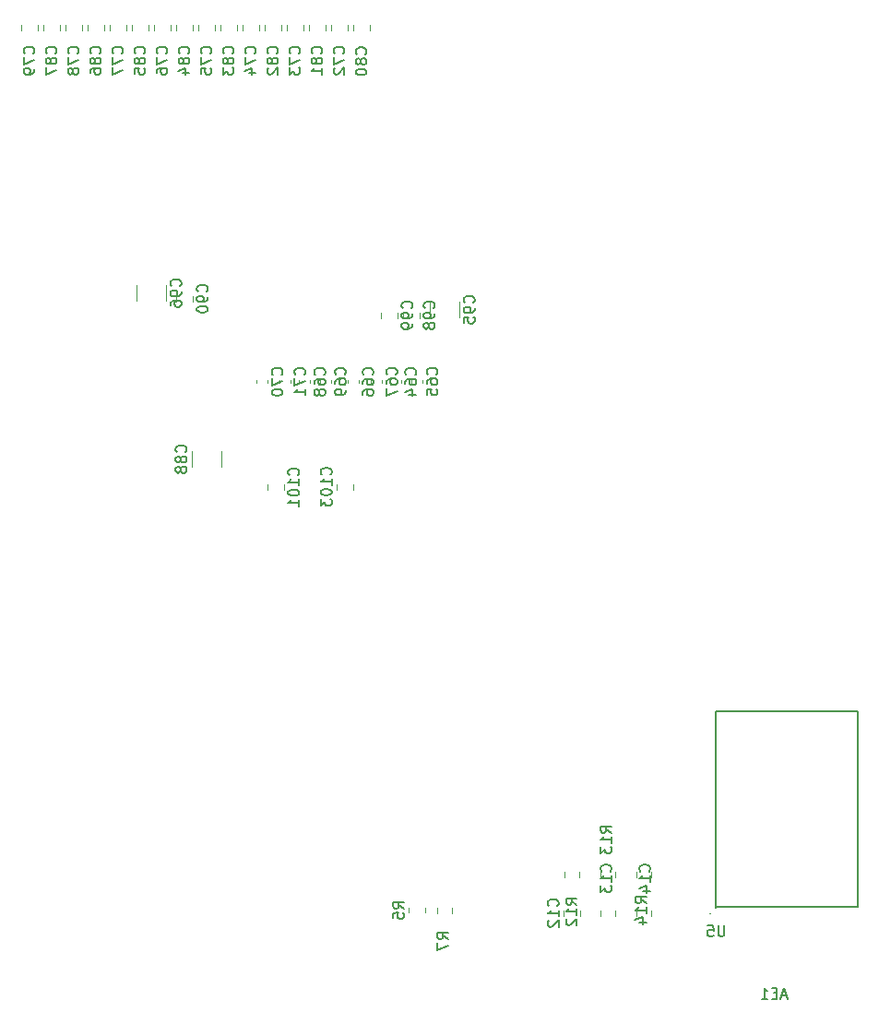
<source format=gbr>
G04 #@! TF.GenerationSoftware,KiCad,Pcbnew,5.1.9*
G04 #@! TF.CreationDate,2021-03-28T19:34:58+08:00*
G04 #@! TF.ProjectId,digital-amplifier2,64696769-7461-46c2-9d61-6d706c696669,rev?*
G04 #@! TF.SameCoordinates,Original*
G04 #@! TF.FileFunction,Legend,Bot*
G04 #@! TF.FilePolarity,Positive*
%FSLAX46Y46*%
G04 Gerber Fmt 4.6, Leading zero omitted, Abs format (unit mm)*
G04 Created by KiCad (PCBNEW 5.1.9) date 2021-03-28 19:34:58*
%MOMM*%
%LPD*%
G01*
G04 APERTURE LIST*
%ADD10C,0.150000*%
%ADD11C,0.120000*%
G04 APERTURE END LIST*
D10*
X120911620Y-142742920D02*
X120911620Y-124731780D01*
X120911620Y-124731780D02*
X133904000Y-124731780D01*
X133904000Y-124731780D02*
X133904000Y-142707360D01*
X133904000Y-142707360D02*
X120926860Y-142707360D01*
X120406160Y-143250920D02*
X120408700Y-143248380D01*
D11*
X92737000Y-142774936D02*
X92737000Y-143229064D01*
X94207000Y-142774936D02*
X94207000Y-143229064D01*
X86133000Y-103878748D02*
X86133000Y-104401252D01*
X87603000Y-103878748D02*
X87603000Y-104401252D01*
X81253000Y-104438253D02*
X81253000Y-103915749D01*
X79783000Y-104438253D02*
X79783000Y-103915749D01*
X91667000Y-88653252D02*
X91667000Y-88130748D01*
X90197000Y-88653252D02*
X90197000Y-88130748D01*
X93699000Y-88653252D02*
X93699000Y-88130748D01*
X92229000Y-88653252D02*
X92229000Y-88130748D01*
X70448000Y-87071252D02*
X70448000Y-85648748D01*
X67728000Y-87071252D02*
X67728000Y-85648748D01*
X97372000Y-88595252D02*
X97372000Y-87172748D01*
X94652000Y-88595252D02*
X94652000Y-87172748D01*
X72871000Y-87129252D02*
X72871000Y-86606748D01*
X71401000Y-87129252D02*
X71401000Y-86606748D01*
X72808000Y-100888748D02*
X72808000Y-102311252D01*
X75528000Y-100888748D02*
X75528000Y-102311252D01*
X60679000Y-62237252D02*
X60679000Y-61714748D01*
X59209000Y-62237252D02*
X59209000Y-61714748D01*
X63273000Y-61714748D02*
X63273000Y-62237252D01*
X64743000Y-61714748D02*
X64743000Y-62237252D01*
X68807000Y-62237252D02*
X68807000Y-61714748D01*
X67337000Y-62237252D02*
X67337000Y-61714748D01*
X71401000Y-61714748D02*
X71401000Y-62237252D01*
X72871000Y-61714748D02*
X72871000Y-62237252D01*
X76935000Y-62237252D02*
X76935000Y-61714748D01*
X75465000Y-62237252D02*
X75465000Y-61714748D01*
X79529000Y-61714748D02*
X79529000Y-62237252D01*
X80999000Y-61714748D02*
X80999000Y-62237252D01*
X85063000Y-62237252D02*
X85063000Y-61714748D01*
X83593000Y-62237252D02*
X83593000Y-61714748D01*
X87657000Y-61714748D02*
X87657000Y-62237252D01*
X89127000Y-61714748D02*
X89127000Y-62237252D01*
X58647000Y-62237252D02*
X58647000Y-61714748D01*
X57177000Y-62237252D02*
X57177000Y-61714748D01*
X61241000Y-61714748D02*
X61241000Y-62237252D01*
X62711000Y-61714748D02*
X62711000Y-62237252D01*
X66775000Y-62237252D02*
X66775000Y-61714748D01*
X65305000Y-62237252D02*
X65305000Y-61714748D01*
X69369000Y-61714748D02*
X69369000Y-62237252D01*
X70839000Y-61714748D02*
X70839000Y-62237252D01*
X74903000Y-62237252D02*
X74903000Y-61714748D01*
X73433000Y-62237252D02*
X73433000Y-61714748D01*
X77497000Y-61714748D02*
X77497000Y-62237252D01*
X78967000Y-61714748D02*
X78967000Y-62237252D01*
X83031000Y-62237252D02*
X83031000Y-61714748D01*
X81561000Y-62237252D02*
X81561000Y-61714748D01*
X85625000Y-61714748D02*
X85625000Y-62237252D01*
X87095000Y-61714748D02*
X87095000Y-62237252D01*
X81862572Y-94615580D02*
X81862572Y-94334420D01*
X80842572Y-94615580D02*
X80842572Y-94334420D01*
X79758000Y-94641580D02*
X79758000Y-94360420D01*
X78738000Y-94641580D02*
X78738000Y-94360420D01*
X85563716Y-94615580D02*
X85563716Y-94334420D01*
X84543716Y-94615580D02*
X84543716Y-94334420D01*
X83676856Y-94641580D02*
X83676856Y-94360420D01*
X82656856Y-94641580D02*
X82656856Y-94360420D01*
X90280860Y-94615580D02*
X90280860Y-94334420D01*
X89260860Y-94615580D02*
X89260860Y-94334420D01*
X88103712Y-94641580D02*
X88103712Y-94360420D01*
X87083712Y-94641580D02*
X87083712Y-94360420D01*
X93982000Y-94615580D02*
X93982000Y-94334420D01*
X92962000Y-94615580D02*
X92962000Y-94334420D01*
X92022568Y-94641580D02*
X92022568Y-94360420D01*
X91002568Y-94641580D02*
X91002568Y-94360420D01*
X106961000Y-142994748D02*
X106961000Y-143517252D01*
X108431000Y-142994748D02*
X108431000Y-143517252D01*
X110288000Y-142997422D02*
X110288000Y-143514578D01*
X111708000Y-142997422D02*
X111708000Y-143514578D01*
X115010000Y-142997422D02*
X115010000Y-143514578D01*
X113590000Y-142997422D02*
X113590000Y-143514578D01*
X108406000Y-139441422D02*
X108406000Y-139958578D01*
X106986000Y-139441422D02*
X106986000Y-139958578D01*
X110288000Y-139441422D02*
X110288000Y-139958578D01*
X111708000Y-139441422D02*
X111708000Y-139958578D01*
X115010000Y-139441422D02*
X115010000Y-139958578D01*
X113590000Y-139441422D02*
X113590000Y-139958578D01*
X95302000Y-142743422D02*
X95302000Y-143260578D01*
X96722000Y-142743422D02*
X96722000Y-143260578D01*
D10*
X121686224Y-144397480D02*
X121686224Y-145207004D01*
X121638605Y-145302242D01*
X121590986Y-145349861D01*
X121495748Y-145397480D01*
X121305272Y-145397480D01*
X121210034Y-145349861D01*
X121162415Y-145302242D01*
X121114796Y-145207004D01*
X121114796Y-144397480D01*
X120162415Y-144397480D02*
X120638605Y-144397480D01*
X120686224Y-144873671D01*
X120638605Y-144826052D01*
X120543367Y-144778433D01*
X120305272Y-144778433D01*
X120210034Y-144826052D01*
X120162415Y-144873671D01*
X120114796Y-144968909D01*
X120114796Y-145207004D01*
X120162415Y-145302242D01*
X120210034Y-145349861D01*
X120305272Y-145397480D01*
X120543367Y-145397480D01*
X120638605Y-145349861D01*
X120686224Y-145302242D01*
X92274380Y-142835333D02*
X91798190Y-142502000D01*
X92274380Y-142263904D02*
X91274380Y-142263904D01*
X91274380Y-142644857D01*
X91322000Y-142740095D01*
X91369619Y-142787714D01*
X91464857Y-142835333D01*
X91607714Y-142835333D01*
X91702952Y-142787714D01*
X91750571Y-142740095D01*
X91798190Y-142644857D01*
X91798190Y-142263904D01*
X91274380Y-143740095D02*
X91274380Y-143263904D01*
X91750571Y-143216285D01*
X91702952Y-143263904D01*
X91655333Y-143359142D01*
X91655333Y-143597238D01*
X91702952Y-143692476D01*
X91750571Y-143740095D01*
X91845809Y-143787714D01*
X92083904Y-143787714D01*
X92179142Y-143740095D01*
X92226761Y-143692476D01*
X92274380Y-143597238D01*
X92274380Y-143359142D01*
X92226761Y-143263904D01*
X92179142Y-143216285D01*
X85545142Y-103020952D02*
X85592761Y-102973333D01*
X85640380Y-102830476D01*
X85640380Y-102735238D01*
X85592761Y-102592380D01*
X85497523Y-102497142D01*
X85402285Y-102449523D01*
X85211809Y-102401904D01*
X85068952Y-102401904D01*
X84878476Y-102449523D01*
X84783238Y-102497142D01*
X84688000Y-102592380D01*
X84640380Y-102735238D01*
X84640380Y-102830476D01*
X84688000Y-102973333D01*
X84735619Y-103020952D01*
X85640380Y-103973333D02*
X85640380Y-103401904D01*
X85640380Y-103687619D02*
X84640380Y-103687619D01*
X84783238Y-103592380D01*
X84878476Y-103497142D01*
X84926095Y-103401904D01*
X84640380Y-104592380D02*
X84640380Y-104687619D01*
X84688000Y-104782857D01*
X84735619Y-104830476D01*
X84830857Y-104878095D01*
X85021333Y-104925714D01*
X85259428Y-104925714D01*
X85449904Y-104878095D01*
X85545142Y-104830476D01*
X85592761Y-104782857D01*
X85640380Y-104687619D01*
X85640380Y-104592380D01*
X85592761Y-104497142D01*
X85545142Y-104449523D01*
X85449904Y-104401904D01*
X85259428Y-104354285D01*
X85021333Y-104354285D01*
X84830857Y-104401904D01*
X84735619Y-104449523D01*
X84688000Y-104497142D01*
X84640380Y-104592380D01*
X84640380Y-105259047D02*
X84640380Y-105878095D01*
X85021333Y-105544761D01*
X85021333Y-105687619D01*
X85068952Y-105782857D01*
X85116571Y-105830476D01*
X85211809Y-105878095D01*
X85449904Y-105878095D01*
X85545142Y-105830476D01*
X85592761Y-105782857D01*
X85640380Y-105687619D01*
X85640380Y-105401904D01*
X85592761Y-105306666D01*
X85545142Y-105259047D01*
X82555142Y-103057953D02*
X82602761Y-103010334D01*
X82650380Y-102867477D01*
X82650380Y-102772239D01*
X82602761Y-102629381D01*
X82507523Y-102534143D01*
X82412285Y-102486524D01*
X82221809Y-102438905D01*
X82078952Y-102438905D01*
X81888476Y-102486524D01*
X81793238Y-102534143D01*
X81698000Y-102629381D01*
X81650380Y-102772239D01*
X81650380Y-102867477D01*
X81698000Y-103010334D01*
X81745619Y-103057953D01*
X82650380Y-104010334D02*
X82650380Y-103438905D01*
X82650380Y-103724620D02*
X81650380Y-103724620D01*
X81793238Y-103629381D01*
X81888476Y-103534143D01*
X81936095Y-103438905D01*
X81650380Y-104629381D02*
X81650380Y-104724620D01*
X81698000Y-104819858D01*
X81745619Y-104867477D01*
X81840857Y-104915096D01*
X82031333Y-104962715D01*
X82269428Y-104962715D01*
X82459904Y-104915096D01*
X82555142Y-104867477D01*
X82602761Y-104819858D01*
X82650380Y-104724620D01*
X82650380Y-104629381D01*
X82602761Y-104534143D01*
X82555142Y-104486524D01*
X82459904Y-104438905D01*
X82269428Y-104391286D01*
X82031333Y-104391286D01*
X81840857Y-104438905D01*
X81745619Y-104486524D01*
X81698000Y-104534143D01*
X81650380Y-104629381D01*
X82650380Y-105915096D02*
X82650380Y-105343667D01*
X82650380Y-105629381D02*
X81650380Y-105629381D01*
X81793238Y-105534143D01*
X81888476Y-105438905D01*
X81936095Y-105343667D01*
X92969142Y-87749142D02*
X93016761Y-87701523D01*
X93064380Y-87558666D01*
X93064380Y-87463428D01*
X93016761Y-87320571D01*
X92921523Y-87225333D01*
X92826285Y-87177714D01*
X92635809Y-87130095D01*
X92492952Y-87130095D01*
X92302476Y-87177714D01*
X92207238Y-87225333D01*
X92112000Y-87320571D01*
X92064380Y-87463428D01*
X92064380Y-87558666D01*
X92112000Y-87701523D01*
X92159619Y-87749142D01*
X93064380Y-88225333D02*
X93064380Y-88415809D01*
X93016761Y-88511047D01*
X92969142Y-88558666D01*
X92826285Y-88653904D01*
X92635809Y-88701523D01*
X92254857Y-88701523D01*
X92159619Y-88653904D01*
X92112000Y-88606285D01*
X92064380Y-88511047D01*
X92064380Y-88320571D01*
X92112000Y-88225333D01*
X92159619Y-88177714D01*
X92254857Y-88130095D01*
X92492952Y-88130095D01*
X92588190Y-88177714D01*
X92635809Y-88225333D01*
X92683428Y-88320571D01*
X92683428Y-88511047D01*
X92635809Y-88606285D01*
X92588190Y-88653904D01*
X92492952Y-88701523D01*
X93064380Y-89177714D02*
X93064380Y-89368190D01*
X93016761Y-89463428D01*
X92969142Y-89511047D01*
X92826285Y-89606285D01*
X92635809Y-89653904D01*
X92254857Y-89653904D01*
X92159619Y-89606285D01*
X92112000Y-89558666D01*
X92064380Y-89463428D01*
X92064380Y-89272952D01*
X92112000Y-89177714D01*
X92159619Y-89130095D01*
X92254857Y-89082476D01*
X92492952Y-89082476D01*
X92588190Y-89130095D01*
X92635809Y-89177714D01*
X92683428Y-89272952D01*
X92683428Y-89463428D01*
X92635809Y-89558666D01*
X92588190Y-89606285D01*
X92492952Y-89653904D01*
X95001142Y-87749142D02*
X95048761Y-87701523D01*
X95096380Y-87558666D01*
X95096380Y-87463428D01*
X95048761Y-87320571D01*
X94953523Y-87225333D01*
X94858285Y-87177714D01*
X94667809Y-87130095D01*
X94524952Y-87130095D01*
X94334476Y-87177714D01*
X94239238Y-87225333D01*
X94144000Y-87320571D01*
X94096380Y-87463428D01*
X94096380Y-87558666D01*
X94144000Y-87701523D01*
X94191619Y-87749142D01*
X95096380Y-88225333D02*
X95096380Y-88415809D01*
X95048761Y-88511047D01*
X95001142Y-88558666D01*
X94858285Y-88653904D01*
X94667809Y-88701523D01*
X94286857Y-88701523D01*
X94191619Y-88653904D01*
X94144000Y-88606285D01*
X94096380Y-88511047D01*
X94096380Y-88320571D01*
X94144000Y-88225333D01*
X94191619Y-88177714D01*
X94286857Y-88130095D01*
X94524952Y-88130095D01*
X94620190Y-88177714D01*
X94667809Y-88225333D01*
X94715428Y-88320571D01*
X94715428Y-88511047D01*
X94667809Y-88606285D01*
X94620190Y-88653904D01*
X94524952Y-88701523D01*
X94524952Y-89272952D02*
X94477333Y-89177714D01*
X94429714Y-89130095D01*
X94334476Y-89082476D01*
X94286857Y-89082476D01*
X94191619Y-89130095D01*
X94144000Y-89177714D01*
X94096380Y-89272952D01*
X94096380Y-89463428D01*
X94144000Y-89558666D01*
X94191619Y-89606285D01*
X94286857Y-89653904D01*
X94334476Y-89653904D01*
X94429714Y-89606285D01*
X94477333Y-89558666D01*
X94524952Y-89463428D01*
X94524952Y-89272952D01*
X94572571Y-89177714D01*
X94620190Y-89130095D01*
X94715428Y-89082476D01*
X94905904Y-89082476D01*
X95001142Y-89130095D01*
X95048761Y-89177714D01*
X95096380Y-89272952D01*
X95096380Y-89463428D01*
X95048761Y-89558666D01*
X95001142Y-89606285D01*
X94905904Y-89653904D01*
X94715428Y-89653904D01*
X94620190Y-89606285D01*
X94572571Y-89558666D01*
X94524952Y-89463428D01*
X71745142Y-85717142D02*
X71792761Y-85669523D01*
X71840380Y-85526666D01*
X71840380Y-85431428D01*
X71792761Y-85288571D01*
X71697523Y-85193333D01*
X71602285Y-85145714D01*
X71411809Y-85098095D01*
X71268952Y-85098095D01*
X71078476Y-85145714D01*
X70983238Y-85193333D01*
X70888000Y-85288571D01*
X70840380Y-85431428D01*
X70840380Y-85526666D01*
X70888000Y-85669523D01*
X70935619Y-85717142D01*
X71840380Y-86193333D02*
X71840380Y-86383809D01*
X71792761Y-86479047D01*
X71745142Y-86526666D01*
X71602285Y-86621904D01*
X71411809Y-86669523D01*
X71030857Y-86669523D01*
X70935619Y-86621904D01*
X70888000Y-86574285D01*
X70840380Y-86479047D01*
X70840380Y-86288571D01*
X70888000Y-86193333D01*
X70935619Y-86145714D01*
X71030857Y-86098095D01*
X71268952Y-86098095D01*
X71364190Y-86145714D01*
X71411809Y-86193333D01*
X71459428Y-86288571D01*
X71459428Y-86479047D01*
X71411809Y-86574285D01*
X71364190Y-86621904D01*
X71268952Y-86669523D01*
X70840380Y-87526666D02*
X70840380Y-87336190D01*
X70888000Y-87240952D01*
X70935619Y-87193333D01*
X71078476Y-87098095D01*
X71268952Y-87050476D01*
X71649904Y-87050476D01*
X71745142Y-87098095D01*
X71792761Y-87145714D01*
X71840380Y-87240952D01*
X71840380Y-87431428D01*
X71792761Y-87526666D01*
X71745142Y-87574285D01*
X71649904Y-87621904D01*
X71411809Y-87621904D01*
X71316571Y-87574285D01*
X71268952Y-87526666D01*
X71221333Y-87431428D01*
X71221333Y-87240952D01*
X71268952Y-87145714D01*
X71316571Y-87098095D01*
X71411809Y-87050476D01*
X98669142Y-87241142D02*
X98716761Y-87193523D01*
X98764380Y-87050666D01*
X98764380Y-86955428D01*
X98716761Y-86812571D01*
X98621523Y-86717333D01*
X98526285Y-86669714D01*
X98335809Y-86622095D01*
X98192952Y-86622095D01*
X98002476Y-86669714D01*
X97907238Y-86717333D01*
X97812000Y-86812571D01*
X97764380Y-86955428D01*
X97764380Y-87050666D01*
X97812000Y-87193523D01*
X97859619Y-87241142D01*
X98764380Y-87717333D02*
X98764380Y-87907809D01*
X98716761Y-88003047D01*
X98669142Y-88050666D01*
X98526285Y-88145904D01*
X98335809Y-88193523D01*
X97954857Y-88193523D01*
X97859619Y-88145904D01*
X97812000Y-88098285D01*
X97764380Y-88003047D01*
X97764380Y-87812571D01*
X97812000Y-87717333D01*
X97859619Y-87669714D01*
X97954857Y-87622095D01*
X98192952Y-87622095D01*
X98288190Y-87669714D01*
X98335809Y-87717333D01*
X98383428Y-87812571D01*
X98383428Y-88003047D01*
X98335809Y-88098285D01*
X98288190Y-88145904D01*
X98192952Y-88193523D01*
X97764380Y-89098285D02*
X97764380Y-88622095D01*
X98240571Y-88574476D01*
X98192952Y-88622095D01*
X98145333Y-88717333D01*
X98145333Y-88955428D01*
X98192952Y-89050666D01*
X98240571Y-89098285D01*
X98335809Y-89145904D01*
X98573904Y-89145904D01*
X98669142Y-89098285D01*
X98716761Y-89050666D01*
X98764380Y-88955428D01*
X98764380Y-88717333D01*
X98716761Y-88622095D01*
X98669142Y-88574476D01*
X74173142Y-86225142D02*
X74220761Y-86177523D01*
X74268380Y-86034666D01*
X74268380Y-85939428D01*
X74220761Y-85796571D01*
X74125523Y-85701333D01*
X74030285Y-85653714D01*
X73839809Y-85606095D01*
X73696952Y-85606095D01*
X73506476Y-85653714D01*
X73411238Y-85701333D01*
X73316000Y-85796571D01*
X73268380Y-85939428D01*
X73268380Y-86034666D01*
X73316000Y-86177523D01*
X73363619Y-86225142D01*
X74268380Y-86701333D02*
X74268380Y-86891809D01*
X74220761Y-86987047D01*
X74173142Y-87034666D01*
X74030285Y-87129904D01*
X73839809Y-87177523D01*
X73458857Y-87177523D01*
X73363619Y-87129904D01*
X73316000Y-87082285D01*
X73268380Y-86987047D01*
X73268380Y-86796571D01*
X73316000Y-86701333D01*
X73363619Y-86653714D01*
X73458857Y-86606095D01*
X73696952Y-86606095D01*
X73792190Y-86653714D01*
X73839809Y-86701333D01*
X73887428Y-86796571D01*
X73887428Y-86987047D01*
X73839809Y-87082285D01*
X73792190Y-87129904D01*
X73696952Y-87177523D01*
X73268380Y-87796571D02*
X73268380Y-87891809D01*
X73316000Y-87987047D01*
X73363619Y-88034666D01*
X73458857Y-88082285D01*
X73649333Y-88129904D01*
X73887428Y-88129904D01*
X74077904Y-88082285D01*
X74173142Y-88034666D01*
X74220761Y-87987047D01*
X74268380Y-87891809D01*
X74268380Y-87796571D01*
X74220761Y-87701333D01*
X74173142Y-87653714D01*
X74077904Y-87606095D01*
X73887428Y-87558476D01*
X73649333Y-87558476D01*
X73458857Y-87606095D01*
X73363619Y-87653714D01*
X73316000Y-87701333D01*
X73268380Y-87796571D01*
X72225142Y-100957142D02*
X72272761Y-100909523D01*
X72320380Y-100766666D01*
X72320380Y-100671428D01*
X72272761Y-100528571D01*
X72177523Y-100433333D01*
X72082285Y-100385714D01*
X71891809Y-100338095D01*
X71748952Y-100338095D01*
X71558476Y-100385714D01*
X71463238Y-100433333D01*
X71368000Y-100528571D01*
X71320380Y-100671428D01*
X71320380Y-100766666D01*
X71368000Y-100909523D01*
X71415619Y-100957142D01*
X71748952Y-101528571D02*
X71701333Y-101433333D01*
X71653714Y-101385714D01*
X71558476Y-101338095D01*
X71510857Y-101338095D01*
X71415619Y-101385714D01*
X71368000Y-101433333D01*
X71320380Y-101528571D01*
X71320380Y-101719047D01*
X71368000Y-101814285D01*
X71415619Y-101861904D01*
X71510857Y-101909523D01*
X71558476Y-101909523D01*
X71653714Y-101861904D01*
X71701333Y-101814285D01*
X71748952Y-101719047D01*
X71748952Y-101528571D01*
X71796571Y-101433333D01*
X71844190Y-101385714D01*
X71939428Y-101338095D01*
X72129904Y-101338095D01*
X72225142Y-101385714D01*
X72272761Y-101433333D01*
X72320380Y-101528571D01*
X72320380Y-101719047D01*
X72272761Y-101814285D01*
X72225142Y-101861904D01*
X72129904Y-101909523D01*
X71939428Y-101909523D01*
X71844190Y-101861904D01*
X71796571Y-101814285D01*
X71748952Y-101719047D01*
X71748952Y-102480952D02*
X71701333Y-102385714D01*
X71653714Y-102338095D01*
X71558476Y-102290476D01*
X71510857Y-102290476D01*
X71415619Y-102338095D01*
X71368000Y-102385714D01*
X71320380Y-102480952D01*
X71320380Y-102671428D01*
X71368000Y-102766666D01*
X71415619Y-102814285D01*
X71510857Y-102861904D01*
X71558476Y-102861904D01*
X71653714Y-102814285D01*
X71701333Y-102766666D01*
X71748952Y-102671428D01*
X71748952Y-102480952D01*
X71796571Y-102385714D01*
X71844190Y-102338095D01*
X71939428Y-102290476D01*
X72129904Y-102290476D01*
X72225142Y-102338095D01*
X72272761Y-102385714D01*
X72320380Y-102480952D01*
X72320380Y-102671428D01*
X72272761Y-102766666D01*
X72225142Y-102814285D01*
X72129904Y-102861904D01*
X71939428Y-102861904D01*
X71844190Y-102814285D01*
X71796571Y-102766666D01*
X71748952Y-102671428D01*
X60301142Y-64381142D02*
X60348761Y-64333523D01*
X60396380Y-64190666D01*
X60396380Y-64095428D01*
X60348761Y-63952571D01*
X60253523Y-63857333D01*
X60158285Y-63809714D01*
X59967809Y-63762095D01*
X59824952Y-63762095D01*
X59634476Y-63809714D01*
X59539238Y-63857333D01*
X59444000Y-63952571D01*
X59396380Y-64095428D01*
X59396380Y-64190666D01*
X59444000Y-64333523D01*
X59491619Y-64381142D01*
X59824952Y-64952571D02*
X59777333Y-64857333D01*
X59729714Y-64809714D01*
X59634476Y-64762095D01*
X59586857Y-64762095D01*
X59491619Y-64809714D01*
X59444000Y-64857333D01*
X59396380Y-64952571D01*
X59396380Y-65143047D01*
X59444000Y-65238285D01*
X59491619Y-65285904D01*
X59586857Y-65333523D01*
X59634476Y-65333523D01*
X59729714Y-65285904D01*
X59777333Y-65238285D01*
X59824952Y-65143047D01*
X59824952Y-64952571D01*
X59872571Y-64857333D01*
X59920190Y-64809714D01*
X60015428Y-64762095D01*
X60205904Y-64762095D01*
X60301142Y-64809714D01*
X60348761Y-64857333D01*
X60396380Y-64952571D01*
X60396380Y-65143047D01*
X60348761Y-65238285D01*
X60301142Y-65285904D01*
X60205904Y-65333523D01*
X60015428Y-65333523D01*
X59920190Y-65285904D01*
X59872571Y-65238285D01*
X59824952Y-65143047D01*
X59396380Y-65666857D02*
X59396380Y-66333523D01*
X60396380Y-65904952D01*
X64365142Y-64381142D02*
X64412761Y-64333523D01*
X64460380Y-64190666D01*
X64460380Y-64095428D01*
X64412761Y-63952571D01*
X64317523Y-63857333D01*
X64222285Y-63809714D01*
X64031809Y-63762095D01*
X63888952Y-63762095D01*
X63698476Y-63809714D01*
X63603238Y-63857333D01*
X63508000Y-63952571D01*
X63460380Y-64095428D01*
X63460380Y-64190666D01*
X63508000Y-64333523D01*
X63555619Y-64381142D01*
X63888952Y-64952571D02*
X63841333Y-64857333D01*
X63793714Y-64809714D01*
X63698476Y-64762095D01*
X63650857Y-64762095D01*
X63555619Y-64809714D01*
X63508000Y-64857333D01*
X63460380Y-64952571D01*
X63460380Y-65143047D01*
X63508000Y-65238285D01*
X63555619Y-65285904D01*
X63650857Y-65333523D01*
X63698476Y-65333523D01*
X63793714Y-65285904D01*
X63841333Y-65238285D01*
X63888952Y-65143047D01*
X63888952Y-64952571D01*
X63936571Y-64857333D01*
X63984190Y-64809714D01*
X64079428Y-64762095D01*
X64269904Y-64762095D01*
X64365142Y-64809714D01*
X64412761Y-64857333D01*
X64460380Y-64952571D01*
X64460380Y-65143047D01*
X64412761Y-65238285D01*
X64365142Y-65285904D01*
X64269904Y-65333523D01*
X64079428Y-65333523D01*
X63984190Y-65285904D01*
X63936571Y-65238285D01*
X63888952Y-65143047D01*
X63460380Y-66190666D02*
X63460380Y-66000190D01*
X63508000Y-65904952D01*
X63555619Y-65857333D01*
X63698476Y-65762095D01*
X63888952Y-65714476D01*
X64269904Y-65714476D01*
X64365142Y-65762095D01*
X64412761Y-65809714D01*
X64460380Y-65904952D01*
X64460380Y-66095428D01*
X64412761Y-66190666D01*
X64365142Y-66238285D01*
X64269904Y-66285904D01*
X64031809Y-66285904D01*
X63936571Y-66238285D01*
X63888952Y-66190666D01*
X63841333Y-66095428D01*
X63841333Y-65904952D01*
X63888952Y-65809714D01*
X63936571Y-65762095D01*
X64031809Y-65714476D01*
X68429142Y-64381142D02*
X68476761Y-64333523D01*
X68524380Y-64190666D01*
X68524380Y-64095428D01*
X68476761Y-63952571D01*
X68381523Y-63857333D01*
X68286285Y-63809714D01*
X68095809Y-63762095D01*
X67952952Y-63762095D01*
X67762476Y-63809714D01*
X67667238Y-63857333D01*
X67572000Y-63952571D01*
X67524380Y-64095428D01*
X67524380Y-64190666D01*
X67572000Y-64333523D01*
X67619619Y-64381142D01*
X67952952Y-64952571D02*
X67905333Y-64857333D01*
X67857714Y-64809714D01*
X67762476Y-64762095D01*
X67714857Y-64762095D01*
X67619619Y-64809714D01*
X67572000Y-64857333D01*
X67524380Y-64952571D01*
X67524380Y-65143047D01*
X67572000Y-65238285D01*
X67619619Y-65285904D01*
X67714857Y-65333523D01*
X67762476Y-65333523D01*
X67857714Y-65285904D01*
X67905333Y-65238285D01*
X67952952Y-65143047D01*
X67952952Y-64952571D01*
X68000571Y-64857333D01*
X68048190Y-64809714D01*
X68143428Y-64762095D01*
X68333904Y-64762095D01*
X68429142Y-64809714D01*
X68476761Y-64857333D01*
X68524380Y-64952571D01*
X68524380Y-65143047D01*
X68476761Y-65238285D01*
X68429142Y-65285904D01*
X68333904Y-65333523D01*
X68143428Y-65333523D01*
X68048190Y-65285904D01*
X68000571Y-65238285D01*
X67952952Y-65143047D01*
X67524380Y-66238285D02*
X67524380Y-65762095D01*
X68000571Y-65714476D01*
X67952952Y-65762095D01*
X67905333Y-65857333D01*
X67905333Y-66095428D01*
X67952952Y-66190666D01*
X68000571Y-66238285D01*
X68095809Y-66285904D01*
X68333904Y-66285904D01*
X68429142Y-66238285D01*
X68476761Y-66190666D01*
X68524380Y-66095428D01*
X68524380Y-65857333D01*
X68476761Y-65762095D01*
X68429142Y-65714476D01*
X72493142Y-64381142D02*
X72540761Y-64333523D01*
X72588380Y-64190666D01*
X72588380Y-64095428D01*
X72540761Y-63952571D01*
X72445523Y-63857333D01*
X72350285Y-63809714D01*
X72159809Y-63762095D01*
X72016952Y-63762095D01*
X71826476Y-63809714D01*
X71731238Y-63857333D01*
X71636000Y-63952571D01*
X71588380Y-64095428D01*
X71588380Y-64190666D01*
X71636000Y-64333523D01*
X71683619Y-64381142D01*
X72016952Y-64952571D02*
X71969333Y-64857333D01*
X71921714Y-64809714D01*
X71826476Y-64762095D01*
X71778857Y-64762095D01*
X71683619Y-64809714D01*
X71636000Y-64857333D01*
X71588380Y-64952571D01*
X71588380Y-65143047D01*
X71636000Y-65238285D01*
X71683619Y-65285904D01*
X71778857Y-65333523D01*
X71826476Y-65333523D01*
X71921714Y-65285904D01*
X71969333Y-65238285D01*
X72016952Y-65143047D01*
X72016952Y-64952571D01*
X72064571Y-64857333D01*
X72112190Y-64809714D01*
X72207428Y-64762095D01*
X72397904Y-64762095D01*
X72493142Y-64809714D01*
X72540761Y-64857333D01*
X72588380Y-64952571D01*
X72588380Y-65143047D01*
X72540761Y-65238285D01*
X72493142Y-65285904D01*
X72397904Y-65333523D01*
X72207428Y-65333523D01*
X72112190Y-65285904D01*
X72064571Y-65238285D01*
X72016952Y-65143047D01*
X71921714Y-66190666D02*
X72588380Y-66190666D01*
X71540761Y-65952571D02*
X72255047Y-65714476D01*
X72255047Y-66333523D01*
X76557142Y-64381142D02*
X76604761Y-64333523D01*
X76652380Y-64190666D01*
X76652380Y-64095428D01*
X76604761Y-63952571D01*
X76509523Y-63857333D01*
X76414285Y-63809714D01*
X76223809Y-63762095D01*
X76080952Y-63762095D01*
X75890476Y-63809714D01*
X75795238Y-63857333D01*
X75700000Y-63952571D01*
X75652380Y-64095428D01*
X75652380Y-64190666D01*
X75700000Y-64333523D01*
X75747619Y-64381142D01*
X76080952Y-64952571D02*
X76033333Y-64857333D01*
X75985714Y-64809714D01*
X75890476Y-64762095D01*
X75842857Y-64762095D01*
X75747619Y-64809714D01*
X75700000Y-64857333D01*
X75652380Y-64952571D01*
X75652380Y-65143047D01*
X75700000Y-65238285D01*
X75747619Y-65285904D01*
X75842857Y-65333523D01*
X75890476Y-65333523D01*
X75985714Y-65285904D01*
X76033333Y-65238285D01*
X76080952Y-65143047D01*
X76080952Y-64952571D01*
X76128571Y-64857333D01*
X76176190Y-64809714D01*
X76271428Y-64762095D01*
X76461904Y-64762095D01*
X76557142Y-64809714D01*
X76604761Y-64857333D01*
X76652380Y-64952571D01*
X76652380Y-65143047D01*
X76604761Y-65238285D01*
X76557142Y-65285904D01*
X76461904Y-65333523D01*
X76271428Y-65333523D01*
X76176190Y-65285904D01*
X76128571Y-65238285D01*
X76080952Y-65143047D01*
X75652380Y-65666857D02*
X75652380Y-66285904D01*
X76033333Y-65952571D01*
X76033333Y-66095428D01*
X76080952Y-66190666D01*
X76128571Y-66238285D01*
X76223809Y-66285904D01*
X76461904Y-66285904D01*
X76557142Y-66238285D01*
X76604761Y-66190666D01*
X76652380Y-66095428D01*
X76652380Y-65809714D01*
X76604761Y-65714476D01*
X76557142Y-65666857D01*
X80621142Y-64381142D02*
X80668761Y-64333523D01*
X80716380Y-64190666D01*
X80716380Y-64095428D01*
X80668761Y-63952571D01*
X80573523Y-63857333D01*
X80478285Y-63809714D01*
X80287809Y-63762095D01*
X80144952Y-63762095D01*
X79954476Y-63809714D01*
X79859238Y-63857333D01*
X79764000Y-63952571D01*
X79716380Y-64095428D01*
X79716380Y-64190666D01*
X79764000Y-64333523D01*
X79811619Y-64381142D01*
X80144952Y-64952571D02*
X80097333Y-64857333D01*
X80049714Y-64809714D01*
X79954476Y-64762095D01*
X79906857Y-64762095D01*
X79811619Y-64809714D01*
X79764000Y-64857333D01*
X79716380Y-64952571D01*
X79716380Y-65143047D01*
X79764000Y-65238285D01*
X79811619Y-65285904D01*
X79906857Y-65333523D01*
X79954476Y-65333523D01*
X80049714Y-65285904D01*
X80097333Y-65238285D01*
X80144952Y-65143047D01*
X80144952Y-64952571D01*
X80192571Y-64857333D01*
X80240190Y-64809714D01*
X80335428Y-64762095D01*
X80525904Y-64762095D01*
X80621142Y-64809714D01*
X80668761Y-64857333D01*
X80716380Y-64952571D01*
X80716380Y-65143047D01*
X80668761Y-65238285D01*
X80621142Y-65285904D01*
X80525904Y-65333523D01*
X80335428Y-65333523D01*
X80240190Y-65285904D01*
X80192571Y-65238285D01*
X80144952Y-65143047D01*
X79811619Y-65714476D02*
X79764000Y-65762095D01*
X79716380Y-65857333D01*
X79716380Y-66095428D01*
X79764000Y-66190666D01*
X79811619Y-66238285D01*
X79906857Y-66285904D01*
X80002095Y-66285904D01*
X80144952Y-66238285D01*
X80716380Y-65666857D01*
X80716380Y-66285904D01*
X84685142Y-64381142D02*
X84732761Y-64333523D01*
X84780380Y-64190666D01*
X84780380Y-64095428D01*
X84732761Y-63952571D01*
X84637523Y-63857333D01*
X84542285Y-63809714D01*
X84351809Y-63762095D01*
X84208952Y-63762095D01*
X84018476Y-63809714D01*
X83923238Y-63857333D01*
X83828000Y-63952571D01*
X83780380Y-64095428D01*
X83780380Y-64190666D01*
X83828000Y-64333523D01*
X83875619Y-64381142D01*
X84208952Y-64952571D02*
X84161333Y-64857333D01*
X84113714Y-64809714D01*
X84018476Y-64762095D01*
X83970857Y-64762095D01*
X83875619Y-64809714D01*
X83828000Y-64857333D01*
X83780380Y-64952571D01*
X83780380Y-65143047D01*
X83828000Y-65238285D01*
X83875619Y-65285904D01*
X83970857Y-65333523D01*
X84018476Y-65333523D01*
X84113714Y-65285904D01*
X84161333Y-65238285D01*
X84208952Y-65143047D01*
X84208952Y-64952571D01*
X84256571Y-64857333D01*
X84304190Y-64809714D01*
X84399428Y-64762095D01*
X84589904Y-64762095D01*
X84685142Y-64809714D01*
X84732761Y-64857333D01*
X84780380Y-64952571D01*
X84780380Y-65143047D01*
X84732761Y-65238285D01*
X84685142Y-65285904D01*
X84589904Y-65333523D01*
X84399428Y-65333523D01*
X84304190Y-65285904D01*
X84256571Y-65238285D01*
X84208952Y-65143047D01*
X84780380Y-66285904D02*
X84780380Y-65714476D01*
X84780380Y-66000190D02*
X83780380Y-66000190D01*
X83923238Y-65904952D01*
X84018476Y-65809714D01*
X84066095Y-65714476D01*
X88749142Y-64447142D02*
X88796761Y-64399523D01*
X88844380Y-64256666D01*
X88844380Y-64161428D01*
X88796761Y-64018571D01*
X88701523Y-63923333D01*
X88606285Y-63875714D01*
X88415809Y-63828095D01*
X88272952Y-63828095D01*
X88082476Y-63875714D01*
X87987238Y-63923333D01*
X87892000Y-64018571D01*
X87844380Y-64161428D01*
X87844380Y-64256666D01*
X87892000Y-64399523D01*
X87939619Y-64447142D01*
X88272952Y-65018571D02*
X88225333Y-64923333D01*
X88177714Y-64875714D01*
X88082476Y-64828095D01*
X88034857Y-64828095D01*
X87939619Y-64875714D01*
X87892000Y-64923333D01*
X87844380Y-65018571D01*
X87844380Y-65209047D01*
X87892000Y-65304285D01*
X87939619Y-65351904D01*
X88034857Y-65399523D01*
X88082476Y-65399523D01*
X88177714Y-65351904D01*
X88225333Y-65304285D01*
X88272952Y-65209047D01*
X88272952Y-65018571D01*
X88320571Y-64923333D01*
X88368190Y-64875714D01*
X88463428Y-64828095D01*
X88653904Y-64828095D01*
X88749142Y-64875714D01*
X88796761Y-64923333D01*
X88844380Y-65018571D01*
X88844380Y-65209047D01*
X88796761Y-65304285D01*
X88749142Y-65351904D01*
X88653904Y-65399523D01*
X88463428Y-65399523D01*
X88368190Y-65351904D01*
X88320571Y-65304285D01*
X88272952Y-65209047D01*
X87844380Y-66018571D02*
X87844380Y-66113809D01*
X87892000Y-66209047D01*
X87939619Y-66256666D01*
X88034857Y-66304285D01*
X88225333Y-66351904D01*
X88463428Y-66351904D01*
X88653904Y-66304285D01*
X88749142Y-66256666D01*
X88796761Y-66209047D01*
X88844380Y-66113809D01*
X88844380Y-66018571D01*
X88796761Y-65923333D01*
X88749142Y-65875714D01*
X88653904Y-65828095D01*
X88463428Y-65780476D01*
X88225333Y-65780476D01*
X88034857Y-65828095D01*
X87939619Y-65875714D01*
X87892000Y-65923333D01*
X87844380Y-66018571D01*
X58269142Y-64381142D02*
X58316761Y-64333523D01*
X58364380Y-64190666D01*
X58364380Y-64095428D01*
X58316761Y-63952571D01*
X58221523Y-63857333D01*
X58126285Y-63809714D01*
X57935809Y-63762095D01*
X57792952Y-63762095D01*
X57602476Y-63809714D01*
X57507238Y-63857333D01*
X57412000Y-63952571D01*
X57364380Y-64095428D01*
X57364380Y-64190666D01*
X57412000Y-64333523D01*
X57459619Y-64381142D01*
X57364380Y-64714476D02*
X57364380Y-65381142D01*
X58364380Y-64952571D01*
X58364380Y-65809714D02*
X58364380Y-66000190D01*
X58316761Y-66095428D01*
X58269142Y-66143047D01*
X58126285Y-66238285D01*
X57935809Y-66285904D01*
X57554857Y-66285904D01*
X57459619Y-66238285D01*
X57412000Y-66190666D01*
X57364380Y-66095428D01*
X57364380Y-65904952D01*
X57412000Y-65809714D01*
X57459619Y-65762095D01*
X57554857Y-65714476D01*
X57792952Y-65714476D01*
X57888190Y-65762095D01*
X57935809Y-65809714D01*
X57983428Y-65904952D01*
X57983428Y-66095428D01*
X57935809Y-66190666D01*
X57888190Y-66238285D01*
X57792952Y-66285904D01*
X62333142Y-64381142D02*
X62380761Y-64333523D01*
X62428380Y-64190666D01*
X62428380Y-64095428D01*
X62380761Y-63952571D01*
X62285523Y-63857333D01*
X62190285Y-63809714D01*
X61999809Y-63762095D01*
X61856952Y-63762095D01*
X61666476Y-63809714D01*
X61571238Y-63857333D01*
X61476000Y-63952571D01*
X61428380Y-64095428D01*
X61428380Y-64190666D01*
X61476000Y-64333523D01*
X61523619Y-64381142D01*
X61428380Y-64714476D02*
X61428380Y-65381142D01*
X62428380Y-64952571D01*
X61856952Y-65904952D02*
X61809333Y-65809714D01*
X61761714Y-65762095D01*
X61666476Y-65714476D01*
X61618857Y-65714476D01*
X61523619Y-65762095D01*
X61476000Y-65809714D01*
X61428380Y-65904952D01*
X61428380Y-66095428D01*
X61476000Y-66190666D01*
X61523619Y-66238285D01*
X61618857Y-66285904D01*
X61666476Y-66285904D01*
X61761714Y-66238285D01*
X61809333Y-66190666D01*
X61856952Y-66095428D01*
X61856952Y-65904952D01*
X61904571Y-65809714D01*
X61952190Y-65762095D01*
X62047428Y-65714476D01*
X62237904Y-65714476D01*
X62333142Y-65762095D01*
X62380761Y-65809714D01*
X62428380Y-65904952D01*
X62428380Y-66095428D01*
X62380761Y-66190666D01*
X62333142Y-66238285D01*
X62237904Y-66285904D01*
X62047428Y-66285904D01*
X61952190Y-66238285D01*
X61904571Y-66190666D01*
X61856952Y-66095428D01*
X66397142Y-64381142D02*
X66444761Y-64333523D01*
X66492380Y-64190666D01*
X66492380Y-64095428D01*
X66444761Y-63952571D01*
X66349523Y-63857333D01*
X66254285Y-63809714D01*
X66063809Y-63762095D01*
X65920952Y-63762095D01*
X65730476Y-63809714D01*
X65635238Y-63857333D01*
X65540000Y-63952571D01*
X65492380Y-64095428D01*
X65492380Y-64190666D01*
X65540000Y-64333523D01*
X65587619Y-64381142D01*
X65492380Y-64714476D02*
X65492380Y-65381142D01*
X66492380Y-64952571D01*
X65492380Y-65666857D02*
X65492380Y-66333523D01*
X66492380Y-65904952D01*
X70461142Y-64381142D02*
X70508761Y-64333523D01*
X70556380Y-64190666D01*
X70556380Y-64095428D01*
X70508761Y-63952571D01*
X70413523Y-63857333D01*
X70318285Y-63809714D01*
X70127809Y-63762095D01*
X69984952Y-63762095D01*
X69794476Y-63809714D01*
X69699238Y-63857333D01*
X69604000Y-63952571D01*
X69556380Y-64095428D01*
X69556380Y-64190666D01*
X69604000Y-64333523D01*
X69651619Y-64381142D01*
X69556380Y-64714476D02*
X69556380Y-65381142D01*
X70556380Y-64952571D01*
X69556380Y-66190666D02*
X69556380Y-66000190D01*
X69604000Y-65904952D01*
X69651619Y-65857333D01*
X69794476Y-65762095D01*
X69984952Y-65714476D01*
X70365904Y-65714476D01*
X70461142Y-65762095D01*
X70508761Y-65809714D01*
X70556380Y-65904952D01*
X70556380Y-66095428D01*
X70508761Y-66190666D01*
X70461142Y-66238285D01*
X70365904Y-66285904D01*
X70127809Y-66285904D01*
X70032571Y-66238285D01*
X69984952Y-66190666D01*
X69937333Y-66095428D01*
X69937333Y-65904952D01*
X69984952Y-65809714D01*
X70032571Y-65762095D01*
X70127809Y-65714476D01*
X74525142Y-64381142D02*
X74572761Y-64333523D01*
X74620380Y-64190666D01*
X74620380Y-64095428D01*
X74572761Y-63952571D01*
X74477523Y-63857333D01*
X74382285Y-63809714D01*
X74191809Y-63762095D01*
X74048952Y-63762095D01*
X73858476Y-63809714D01*
X73763238Y-63857333D01*
X73668000Y-63952571D01*
X73620380Y-64095428D01*
X73620380Y-64190666D01*
X73668000Y-64333523D01*
X73715619Y-64381142D01*
X73620380Y-64714476D02*
X73620380Y-65381142D01*
X74620380Y-64952571D01*
X73620380Y-66238285D02*
X73620380Y-65762095D01*
X74096571Y-65714476D01*
X74048952Y-65762095D01*
X74001333Y-65857333D01*
X74001333Y-66095428D01*
X74048952Y-66190666D01*
X74096571Y-66238285D01*
X74191809Y-66285904D01*
X74429904Y-66285904D01*
X74525142Y-66238285D01*
X74572761Y-66190666D01*
X74620380Y-66095428D01*
X74620380Y-65857333D01*
X74572761Y-65762095D01*
X74525142Y-65714476D01*
X78589142Y-64381142D02*
X78636761Y-64333523D01*
X78684380Y-64190666D01*
X78684380Y-64095428D01*
X78636761Y-63952571D01*
X78541523Y-63857333D01*
X78446285Y-63809714D01*
X78255809Y-63762095D01*
X78112952Y-63762095D01*
X77922476Y-63809714D01*
X77827238Y-63857333D01*
X77732000Y-63952571D01*
X77684380Y-64095428D01*
X77684380Y-64190666D01*
X77732000Y-64333523D01*
X77779619Y-64381142D01*
X77684380Y-64714476D02*
X77684380Y-65381142D01*
X78684380Y-64952571D01*
X78017714Y-66190666D02*
X78684380Y-66190666D01*
X77636761Y-65952571D02*
X78351047Y-65714476D01*
X78351047Y-66333523D01*
X82653142Y-64381142D02*
X82700761Y-64333523D01*
X82748380Y-64190666D01*
X82748380Y-64095428D01*
X82700761Y-63952571D01*
X82605523Y-63857333D01*
X82510285Y-63809714D01*
X82319809Y-63762095D01*
X82176952Y-63762095D01*
X81986476Y-63809714D01*
X81891238Y-63857333D01*
X81796000Y-63952571D01*
X81748380Y-64095428D01*
X81748380Y-64190666D01*
X81796000Y-64333523D01*
X81843619Y-64381142D01*
X81748380Y-64714476D02*
X81748380Y-65381142D01*
X82748380Y-64952571D01*
X81748380Y-65666857D02*
X81748380Y-66285904D01*
X82129333Y-65952571D01*
X82129333Y-66095428D01*
X82176952Y-66190666D01*
X82224571Y-66238285D01*
X82319809Y-66285904D01*
X82557904Y-66285904D01*
X82653142Y-66238285D01*
X82700761Y-66190666D01*
X82748380Y-66095428D01*
X82748380Y-65809714D01*
X82700761Y-65714476D01*
X82653142Y-65666857D01*
X86717142Y-64381142D02*
X86764761Y-64333523D01*
X86812380Y-64190666D01*
X86812380Y-64095428D01*
X86764761Y-63952571D01*
X86669523Y-63857333D01*
X86574285Y-63809714D01*
X86383809Y-63762095D01*
X86240952Y-63762095D01*
X86050476Y-63809714D01*
X85955238Y-63857333D01*
X85860000Y-63952571D01*
X85812380Y-64095428D01*
X85812380Y-64190666D01*
X85860000Y-64333523D01*
X85907619Y-64381142D01*
X85812380Y-64714476D02*
X85812380Y-65381142D01*
X86812380Y-64952571D01*
X85907619Y-65714476D02*
X85860000Y-65762095D01*
X85812380Y-65857333D01*
X85812380Y-66095428D01*
X85860000Y-66190666D01*
X85907619Y-66238285D01*
X86002857Y-66285904D01*
X86098095Y-66285904D01*
X86240952Y-66238285D01*
X86812380Y-65666857D01*
X86812380Y-66285904D01*
X83139714Y-93832142D02*
X83187333Y-93784523D01*
X83234952Y-93641666D01*
X83234952Y-93546428D01*
X83187333Y-93403571D01*
X83092095Y-93308333D01*
X82996857Y-93260714D01*
X82806381Y-93213095D01*
X82663524Y-93213095D01*
X82473048Y-93260714D01*
X82377810Y-93308333D01*
X82282572Y-93403571D01*
X82234952Y-93546428D01*
X82234952Y-93641666D01*
X82282572Y-93784523D01*
X82330191Y-93832142D01*
X82234952Y-94165476D02*
X82234952Y-94832142D01*
X83234952Y-94403571D01*
X83234952Y-95736904D02*
X83234952Y-95165476D01*
X83234952Y-95451190D02*
X82234952Y-95451190D01*
X82377810Y-95355952D01*
X82473048Y-95260714D01*
X82520667Y-95165476D01*
X81035142Y-93858142D02*
X81082761Y-93810523D01*
X81130380Y-93667666D01*
X81130380Y-93572428D01*
X81082761Y-93429571D01*
X80987523Y-93334333D01*
X80892285Y-93286714D01*
X80701809Y-93239095D01*
X80558952Y-93239095D01*
X80368476Y-93286714D01*
X80273238Y-93334333D01*
X80178000Y-93429571D01*
X80130380Y-93572428D01*
X80130380Y-93667666D01*
X80178000Y-93810523D01*
X80225619Y-93858142D01*
X80130380Y-94191476D02*
X80130380Y-94858142D01*
X81130380Y-94429571D01*
X80130380Y-95429571D02*
X80130380Y-95524809D01*
X80178000Y-95620047D01*
X80225619Y-95667666D01*
X80320857Y-95715285D01*
X80511333Y-95762904D01*
X80749428Y-95762904D01*
X80939904Y-95715285D01*
X81035142Y-95667666D01*
X81082761Y-95620047D01*
X81130380Y-95524809D01*
X81130380Y-95429571D01*
X81082761Y-95334333D01*
X81035142Y-95286714D01*
X80939904Y-95239095D01*
X80749428Y-95191476D01*
X80511333Y-95191476D01*
X80320857Y-95239095D01*
X80225619Y-95286714D01*
X80178000Y-95334333D01*
X80130380Y-95429571D01*
X86840858Y-93832142D02*
X86888477Y-93784523D01*
X86936096Y-93641666D01*
X86936096Y-93546428D01*
X86888477Y-93403571D01*
X86793239Y-93308333D01*
X86698001Y-93260714D01*
X86507525Y-93213095D01*
X86364668Y-93213095D01*
X86174192Y-93260714D01*
X86078954Y-93308333D01*
X85983716Y-93403571D01*
X85936096Y-93546428D01*
X85936096Y-93641666D01*
X85983716Y-93784523D01*
X86031335Y-93832142D01*
X85936096Y-94689285D02*
X85936096Y-94498809D01*
X85983716Y-94403571D01*
X86031335Y-94355952D01*
X86174192Y-94260714D01*
X86364668Y-94213095D01*
X86745620Y-94213095D01*
X86840858Y-94260714D01*
X86888477Y-94308333D01*
X86936096Y-94403571D01*
X86936096Y-94594047D01*
X86888477Y-94689285D01*
X86840858Y-94736904D01*
X86745620Y-94784523D01*
X86507525Y-94784523D01*
X86412287Y-94736904D01*
X86364668Y-94689285D01*
X86317049Y-94594047D01*
X86317049Y-94403571D01*
X86364668Y-94308333D01*
X86412287Y-94260714D01*
X86507525Y-94213095D01*
X86936096Y-95260714D02*
X86936096Y-95451190D01*
X86888477Y-95546428D01*
X86840858Y-95594047D01*
X86698001Y-95689285D01*
X86507525Y-95736904D01*
X86126573Y-95736904D01*
X86031335Y-95689285D01*
X85983716Y-95641666D01*
X85936096Y-95546428D01*
X85936096Y-95355952D01*
X85983716Y-95260714D01*
X86031335Y-95213095D01*
X86126573Y-95165476D01*
X86364668Y-95165476D01*
X86459906Y-95213095D01*
X86507525Y-95260714D01*
X86555144Y-95355952D01*
X86555144Y-95546428D01*
X86507525Y-95641666D01*
X86459906Y-95689285D01*
X86364668Y-95736904D01*
X84953998Y-93858142D02*
X85001617Y-93810523D01*
X85049236Y-93667666D01*
X85049236Y-93572428D01*
X85001617Y-93429571D01*
X84906379Y-93334333D01*
X84811141Y-93286714D01*
X84620665Y-93239095D01*
X84477808Y-93239095D01*
X84287332Y-93286714D01*
X84192094Y-93334333D01*
X84096856Y-93429571D01*
X84049236Y-93572428D01*
X84049236Y-93667666D01*
X84096856Y-93810523D01*
X84144475Y-93858142D01*
X84049236Y-94715285D02*
X84049236Y-94524809D01*
X84096856Y-94429571D01*
X84144475Y-94381952D01*
X84287332Y-94286714D01*
X84477808Y-94239095D01*
X84858760Y-94239095D01*
X84953998Y-94286714D01*
X85001617Y-94334333D01*
X85049236Y-94429571D01*
X85049236Y-94620047D01*
X85001617Y-94715285D01*
X84953998Y-94762904D01*
X84858760Y-94810523D01*
X84620665Y-94810523D01*
X84525427Y-94762904D01*
X84477808Y-94715285D01*
X84430189Y-94620047D01*
X84430189Y-94429571D01*
X84477808Y-94334333D01*
X84525427Y-94286714D01*
X84620665Y-94239095D01*
X84477808Y-95381952D02*
X84430189Y-95286714D01*
X84382570Y-95239095D01*
X84287332Y-95191476D01*
X84239713Y-95191476D01*
X84144475Y-95239095D01*
X84096856Y-95286714D01*
X84049236Y-95381952D01*
X84049236Y-95572428D01*
X84096856Y-95667666D01*
X84144475Y-95715285D01*
X84239713Y-95762904D01*
X84287332Y-95762904D01*
X84382570Y-95715285D01*
X84430189Y-95667666D01*
X84477808Y-95572428D01*
X84477808Y-95381952D01*
X84525427Y-95286714D01*
X84573046Y-95239095D01*
X84668284Y-95191476D01*
X84858760Y-95191476D01*
X84953998Y-95239095D01*
X85001617Y-95286714D01*
X85049236Y-95381952D01*
X85049236Y-95572428D01*
X85001617Y-95667666D01*
X84953998Y-95715285D01*
X84858760Y-95762904D01*
X84668284Y-95762904D01*
X84573046Y-95715285D01*
X84525427Y-95667666D01*
X84477808Y-95572428D01*
X91558002Y-93832142D02*
X91605621Y-93784523D01*
X91653240Y-93641666D01*
X91653240Y-93546428D01*
X91605621Y-93403571D01*
X91510383Y-93308333D01*
X91415145Y-93260714D01*
X91224669Y-93213095D01*
X91081812Y-93213095D01*
X90891336Y-93260714D01*
X90796098Y-93308333D01*
X90700860Y-93403571D01*
X90653240Y-93546428D01*
X90653240Y-93641666D01*
X90700860Y-93784523D01*
X90748479Y-93832142D01*
X90653240Y-94689285D02*
X90653240Y-94498809D01*
X90700860Y-94403571D01*
X90748479Y-94355952D01*
X90891336Y-94260714D01*
X91081812Y-94213095D01*
X91462764Y-94213095D01*
X91558002Y-94260714D01*
X91605621Y-94308333D01*
X91653240Y-94403571D01*
X91653240Y-94594047D01*
X91605621Y-94689285D01*
X91558002Y-94736904D01*
X91462764Y-94784523D01*
X91224669Y-94784523D01*
X91129431Y-94736904D01*
X91081812Y-94689285D01*
X91034193Y-94594047D01*
X91034193Y-94403571D01*
X91081812Y-94308333D01*
X91129431Y-94260714D01*
X91224669Y-94213095D01*
X90653240Y-95117857D02*
X90653240Y-95784523D01*
X91653240Y-95355952D01*
X89380854Y-93858142D02*
X89428473Y-93810523D01*
X89476092Y-93667666D01*
X89476092Y-93572428D01*
X89428473Y-93429571D01*
X89333235Y-93334333D01*
X89237997Y-93286714D01*
X89047521Y-93239095D01*
X88904664Y-93239095D01*
X88714188Y-93286714D01*
X88618950Y-93334333D01*
X88523712Y-93429571D01*
X88476092Y-93572428D01*
X88476092Y-93667666D01*
X88523712Y-93810523D01*
X88571331Y-93858142D01*
X88476092Y-94715285D02*
X88476092Y-94524809D01*
X88523712Y-94429571D01*
X88571331Y-94381952D01*
X88714188Y-94286714D01*
X88904664Y-94239095D01*
X89285616Y-94239095D01*
X89380854Y-94286714D01*
X89428473Y-94334333D01*
X89476092Y-94429571D01*
X89476092Y-94620047D01*
X89428473Y-94715285D01*
X89380854Y-94762904D01*
X89285616Y-94810523D01*
X89047521Y-94810523D01*
X88952283Y-94762904D01*
X88904664Y-94715285D01*
X88857045Y-94620047D01*
X88857045Y-94429571D01*
X88904664Y-94334333D01*
X88952283Y-94286714D01*
X89047521Y-94239095D01*
X88476092Y-95667666D02*
X88476092Y-95477190D01*
X88523712Y-95381952D01*
X88571331Y-95334333D01*
X88714188Y-95239095D01*
X88904664Y-95191476D01*
X89285616Y-95191476D01*
X89380854Y-95239095D01*
X89428473Y-95286714D01*
X89476092Y-95381952D01*
X89476092Y-95572428D01*
X89428473Y-95667666D01*
X89380854Y-95715285D01*
X89285616Y-95762904D01*
X89047521Y-95762904D01*
X88952283Y-95715285D01*
X88904664Y-95667666D01*
X88857045Y-95572428D01*
X88857045Y-95381952D01*
X88904664Y-95286714D01*
X88952283Y-95239095D01*
X89047521Y-95191476D01*
X95259142Y-93832142D02*
X95306761Y-93784523D01*
X95354380Y-93641666D01*
X95354380Y-93546428D01*
X95306761Y-93403571D01*
X95211523Y-93308333D01*
X95116285Y-93260714D01*
X94925809Y-93213095D01*
X94782952Y-93213095D01*
X94592476Y-93260714D01*
X94497238Y-93308333D01*
X94402000Y-93403571D01*
X94354380Y-93546428D01*
X94354380Y-93641666D01*
X94402000Y-93784523D01*
X94449619Y-93832142D01*
X94354380Y-94689285D02*
X94354380Y-94498809D01*
X94402000Y-94403571D01*
X94449619Y-94355952D01*
X94592476Y-94260714D01*
X94782952Y-94213095D01*
X95163904Y-94213095D01*
X95259142Y-94260714D01*
X95306761Y-94308333D01*
X95354380Y-94403571D01*
X95354380Y-94594047D01*
X95306761Y-94689285D01*
X95259142Y-94736904D01*
X95163904Y-94784523D01*
X94925809Y-94784523D01*
X94830571Y-94736904D01*
X94782952Y-94689285D01*
X94735333Y-94594047D01*
X94735333Y-94403571D01*
X94782952Y-94308333D01*
X94830571Y-94260714D01*
X94925809Y-94213095D01*
X94354380Y-95689285D02*
X94354380Y-95213095D01*
X94830571Y-95165476D01*
X94782952Y-95213095D01*
X94735333Y-95308333D01*
X94735333Y-95546428D01*
X94782952Y-95641666D01*
X94830571Y-95689285D01*
X94925809Y-95736904D01*
X95163904Y-95736904D01*
X95259142Y-95689285D01*
X95306761Y-95641666D01*
X95354380Y-95546428D01*
X95354380Y-95308333D01*
X95306761Y-95213095D01*
X95259142Y-95165476D01*
X93299710Y-93858142D02*
X93347329Y-93810523D01*
X93394948Y-93667666D01*
X93394948Y-93572428D01*
X93347329Y-93429571D01*
X93252091Y-93334333D01*
X93156853Y-93286714D01*
X92966377Y-93239095D01*
X92823520Y-93239095D01*
X92633044Y-93286714D01*
X92537806Y-93334333D01*
X92442568Y-93429571D01*
X92394948Y-93572428D01*
X92394948Y-93667666D01*
X92442568Y-93810523D01*
X92490187Y-93858142D01*
X92394948Y-94715285D02*
X92394948Y-94524809D01*
X92442568Y-94429571D01*
X92490187Y-94381952D01*
X92633044Y-94286714D01*
X92823520Y-94239095D01*
X93204472Y-94239095D01*
X93299710Y-94286714D01*
X93347329Y-94334333D01*
X93394948Y-94429571D01*
X93394948Y-94620047D01*
X93347329Y-94715285D01*
X93299710Y-94762904D01*
X93204472Y-94810523D01*
X92966377Y-94810523D01*
X92871139Y-94762904D01*
X92823520Y-94715285D01*
X92775901Y-94620047D01*
X92775901Y-94429571D01*
X92823520Y-94334333D01*
X92871139Y-94286714D01*
X92966377Y-94239095D01*
X92728282Y-95667666D02*
X93394948Y-95667666D01*
X92347329Y-95429571D02*
X93061615Y-95191476D01*
X93061615Y-95810523D01*
X106373142Y-142613142D02*
X106420761Y-142565523D01*
X106468380Y-142422666D01*
X106468380Y-142327428D01*
X106420761Y-142184571D01*
X106325523Y-142089333D01*
X106230285Y-142041714D01*
X106039809Y-141994095D01*
X105896952Y-141994095D01*
X105706476Y-142041714D01*
X105611238Y-142089333D01*
X105516000Y-142184571D01*
X105468380Y-142327428D01*
X105468380Y-142422666D01*
X105516000Y-142565523D01*
X105563619Y-142613142D01*
X106468380Y-143565523D02*
X106468380Y-142994095D01*
X106468380Y-143279809D02*
X105468380Y-143279809D01*
X105611238Y-143184571D01*
X105706476Y-143089333D01*
X105754095Y-142994095D01*
X105563619Y-143946476D02*
X105516000Y-143994095D01*
X105468380Y-144089333D01*
X105468380Y-144327428D01*
X105516000Y-144422666D01*
X105563619Y-144470285D01*
X105658857Y-144517904D01*
X105754095Y-144517904D01*
X105896952Y-144470285D01*
X106468380Y-143898857D01*
X106468380Y-144517904D01*
X127426666Y-150848666D02*
X126950476Y-150848666D01*
X127521904Y-151134380D02*
X127188571Y-150134380D01*
X126855238Y-151134380D01*
X126521904Y-150610571D02*
X126188571Y-150610571D01*
X126045714Y-151134380D02*
X126521904Y-151134380D01*
X126521904Y-150134380D01*
X126045714Y-150134380D01*
X125093333Y-151134380D02*
X125664761Y-151134380D01*
X125379047Y-151134380D02*
X125379047Y-150134380D01*
X125474285Y-150277238D01*
X125569523Y-150372476D01*
X125664761Y-150420095D01*
X111228142Y-139438142D02*
X111275761Y-139390523D01*
X111323380Y-139247666D01*
X111323380Y-139152428D01*
X111275761Y-139009571D01*
X111180523Y-138914333D01*
X111085285Y-138866714D01*
X110894809Y-138819095D01*
X110751952Y-138819095D01*
X110561476Y-138866714D01*
X110466238Y-138914333D01*
X110371000Y-139009571D01*
X110323380Y-139152428D01*
X110323380Y-139247666D01*
X110371000Y-139390523D01*
X110418619Y-139438142D01*
X111323380Y-140390523D02*
X111323380Y-139819095D01*
X111323380Y-140104809D02*
X110323380Y-140104809D01*
X110466238Y-140009571D01*
X110561476Y-139914333D01*
X110609095Y-139819095D01*
X110323380Y-140723857D02*
X110323380Y-141342904D01*
X110704333Y-141009571D01*
X110704333Y-141152428D01*
X110751952Y-141247666D01*
X110799571Y-141295285D01*
X110894809Y-141342904D01*
X111132904Y-141342904D01*
X111228142Y-141295285D01*
X111275761Y-141247666D01*
X111323380Y-141152428D01*
X111323380Y-140866714D01*
X111275761Y-140771476D01*
X111228142Y-140723857D01*
X114784142Y-139438142D02*
X114831761Y-139390523D01*
X114879380Y-139247666D01*
X114879380Y-139152428D01*
X114831761Y-139009571D01*
X114736523Y-138914333D01*
X114641285Y-138866714D01*
X114450809Y-138819095D01*
X114307952Y-138819095D01*
X114117476Y-138866714D01*
X114022238Y-138914333D01*
X113927000Y-139009571D01*
X113879380Y-139152428D01*
X113879380Y-139247666D01*
X113927000Y-139390523D01*
X113974619Y-139438142D01*
X114879380Y-140390523D02*
X114879380Y-139819095D01*
X114879380Y-140104809D02*
X113879380Y-140104809D01*
X114022238Y-140009571D01*
X114117476Y-139914333D01*
X114165095Y-139819095D01*
X114212714Y-141247666D02*
X114879380Y-141247666D01*
X113831761Y-141009571D02*
X114546047Y-140771476D01*
X114546047Y-141390523D01*
X108148380Y-142486142D02*
X107672190Y-142152809D01*
X108148380Y-141914714D02*
X107148380Y-141914714D01*
X107148380Y-142295666D01*
X107196000Y-142390904D01*
X107243619Y-142438523D01*
X107338857Y-142486142D01*
X107481714Y-142486142D01*
X107576952Y-142438523D01*
X107624571Y-142390904D01*
X107672190Y-142295666D01*
X107672190Y-141914714D01*
X108148380Y-143438523D02*
X108148380Y-142867095D01*
X108148380Y-143152809D02*
X107148380Y-143152809D01*
X107291238Y-143057571D01*
X107386476Y-142962333D01*
X107434095Y-142867095D01*
X107243619Y-143819476D02*
X107196000Y-143867095D01*
X107148380Y-143962333D01*
X107148380Y-144200428D01*
X107196000Y-144295666D01*
X107243619Y-144343285D01*
X107338857Y-144390904D01*
X107434095Y-144390904D01*
X107576952Y-144343285D01*
X108148380Y-143771857D01*
X108148380Y-144390904D01*
X111323380Y-135882142D02*
X110847190Y-135548809D01*
X111323380Y-135310714D02*
X110323380Y-135310714D01*
X110323380Y-135691666D01*
X110371000Y-135786904D01*
X110418619Y-135834523D01*
X110513857Y-135882142D01*
X110656714Y-135882142D01*
X110751952Y-135834523D01*
X110799571Y-135786904D01*
X110847190Y-135691666D01*
X110847190Y-135310714D01*
X111323380Y-136834523D02*
X111323380Y-136263095D01*
X111323380Y-136548809D02*
X110323380Y-136548809D01*
X110466238Y-136453571D01*
X110561476Y-136358333D01*
X110609095Y-136263095D01*
X110323380Y-137167857D02*
X110323380Y-137786904D01*
X110704333Y-137453571D01*
X110704333Y-137596428D01*
X110751952Y-137691666D01*
X110799571Y-137739285D01*
X110894809Y-137786904D01*
X111132904Y-137786904D01*
X111228142Y-137739285D01*
X111275761Y-137691666D01*
X111323380Y-137596428D01*
X111323380Y-137310714D01*
X111275761Y-137215476D01*
X111228142Y-137167857D01*
X114523780Y-142333742D02*
X114047590Y-142000409D01*
X114523780Y-141762314D02*
X113523780Y-141762314D01*
X113523780Y-142143266D01*
X113571400Y-142238504D01*
X113619019Y-142286123D01*
X113714257Y-142333742D01*
X113857114Y-142333742D01*
X113952352Y-142286123D01*
X113999971Y-142238504D01*
X114047590Y-142143266D01*
X114047590Y-141762314D01*
X114523780Y-143286123D02*
X114523780Y-142714695D01*
X114523780Y-143000409D02*
X113523780Y-143000409D01*
X113666638Y-142905171D01*
X113761876Y-142809933D01*
X113809495Y-142714695D01*
X113857114Y-144143266D02*
X114523780Y-144143266D01*
X113476161Y-143905171D02*
X114190447Y-143667076D01*
X114190447Y-144286123D01*
X96337380Y-145654733D02*
X95861190Y-145321400D01*
X96337380Y-145083304D02*
X95337380Y-145083304D01*
X95337380Y-145464257D01*
X95385000Y-145559495D01*
X95432619Y-145607114D01*
X95527857Y-145654733D01*
X95670714Y-145654733D01*
X95765952Y-145607114D01*
X95813571Y-145559495D01*
X95861190Y-145464257D01*
X95861190Y-145083304D01*
X95337380Y-145988066D02*
X95337380Y-146654733D01*
X96337380Y-146226161D01*
M02*

</source>
